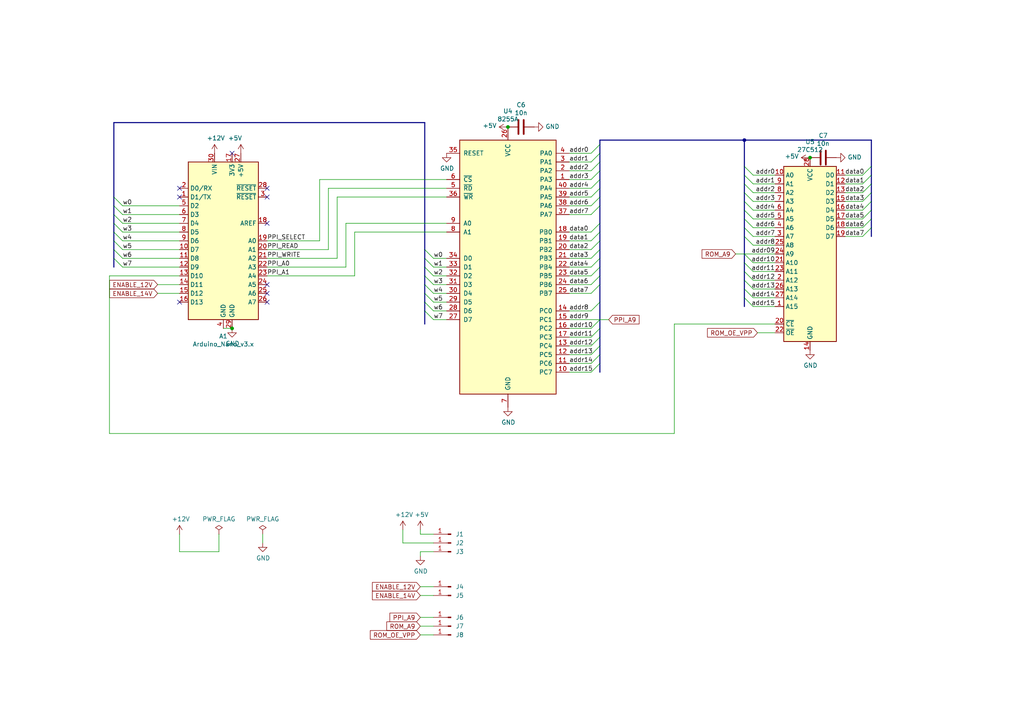
<source format=kicad_sch>
(kicad_sch (version 20211123) (generator eeschema)
  (paper "A4")
  (title_block (title "EEPROM (W27C512) Programmer") (date "2019-09-23"))
  (lib_symbols
    (symbol "Connector:Conn_01x01_Male" (pin_names (offset 1.016) hide)
      (property "Reference" "J" (at 0 2.54 0))
      (property "Value" "Conn_01x01_Male" (at 0 -2.54 0))
      (symbol "Conn_01x01_Male_1_1"
        (polyline (pts (xy 1.27 0) (xy 0.8636 0)) (stroke (width 0.1524)))
        (rectangle (start 0.8636 0.127) (end 0 -0.127) (stroke (width 0.1524)) (fill (type outline)))
        (pin passive line (at 5.08 0 180) (length 3.81) (name "Pin_1") (number "1"))
      )
    )
    (symbol "Device:C" (pin_numbers hide) (pin_names (offset 0.254))
      (property "Reference" "C" (at 0.635 2.54 0))
      (property "Value" "C" (at 0.635 -2.54 0))
      (symbol "C_0_1"
        (polyline (pts (xy -2.032 -0.762) (xy 2.032 -0.762)) (stroke (width 0.508)))
        (polyline (pts (xy -2.032 0.762) (xy 2.032 0.762)) (stroke (width 0.508)))
      )
      (symbol "C_1_1"
        (pin passive line (at 0 3.81 270) (length 2.794) (name "~") (number "1"))
        (pin passive line (at 0 -3.81 90) (length 2.794) (name "~") (number "2"))
      )
    )
    (symbol "Interface:8255A" (pin_names (offset 1.016))
      (property "Reference" "U" (at -13.97 38.1 0))
      (property "Value" "8255A" (at 8.89 38.1 0))
      (symbol "8255A_1_1"
        (rectangle (start -13.97 -36.83) (end 13.97 36.83) (stroke (width 0.254)) (fill (type background)))
        (pin bidirectional line (at 17.78 25.4 180) (length 3.81) (name "PA3") (number "1"))
        (pin bidirectional line (at 17.78 -30.48 180) (length 3.81) (name "PC7") (number "10"))
        (pin bidirectional line (at 17.78 -27.94 180) (length 3.81) (name "PC6") (number "11"))
        (pin bidirectional line (at 17.78 -25.4 180) (length 3.81) (name "PC5") (number "12"))
        (pin bidirectional line (at 17.78 -22.86 180) (length 3.81) (name "PC4") (number "13"))
        (pin bidirectional line (at 17.78 -12.7 180) (length 3.81) (name "PC0") (number "14"))
        (pin bidirectional line (at 17.78 -15.24 180) (length 3.81) (name "PC1") (number "15"))
        (pin bidirectional line (at 17.78 -17.78 180) (length 3.81) (name "PC2") (number "16"))
        (pin bidirectional line (at 17.78 -20.32 180) (length 3.81) (name "PC3") (number "17"))
        (pin bidirectional line (at 17.78 10.16 180) (length 3.81) (name "PB0") (number "18"))
        (pin bidirectional line (at 17.78 7.62 180) (length 3.81) (name "PB1") (number "19"))
        (pin bidirectional line (at 17.78 27.94 180) (length 3.81) (name "PA2") (number "2"))
        (pin bidirectional line (at 17.78 5.08 180) (length 3.81) (name "PB2") (number "20"))
        (pin bidirectional line (at 17.78 2.54 180) (length 3.81) (name "PB3") (number "21"))
        (pin bidirectional line (at 17.78 0 180) (length 3.81) (name "PB4") (number "22"))
        (pin bidirectional line (at 17.78 -2.54 180) (length 3.81) (name "PB5") (number "23"))
        (pin bidirectional line (at 17.78 -5.08 180) (length 3.81) (name "PB6") (number "24"))
        (pin bidirectional line (at 17.78 -7.62 180) (length 3.81) (name "PB7") (number "25"))
        (pin power_in line (at 0 40.64 270) (length 3.81) (name "VCC") (number "26"))
        (pin bidirectional line (at -17.78 -15.24 0) (length 3.81) (name "D7") (number "27"))
        (pin bidirectional line (at -17.78 -12.7 0) (length 3.81) (name "D6") (number "28"))
        (pin bidirectional line (at -17.78 -10.16 0) (length 3.81) (name "D5") (number "29"))
        (pin bidirectional line (at 17.78 30.48 180) (length 3.81) (name "PA1") (number "3"))
        (pin bidirectional line (at -17.78 -7.62 0) (length 3.81) (name "D4") (number "30"))
        (pin bidirectional line (at -17.78 -5.08 0) (length 3.81) (name "D3") (number "31"))
        (pin bidirectional line (at -17.78 -2.54 0) (length 3.81) (name "D2") (number "32"))
        (pin bidirectional line (at -17.78 0 0) (length 3.81) (name "D1") (number "33"))
        (pin bidirectional line (at -17.78 2.54 0) (length 3.81) (name "D0") (number "34"))
        (pin input line (at -17.78 33.02 0) (length 3.81) (name "RESET") (number "35"))
        (pin input line (at -17.78 20.32 0) (length 3.81) (name "~{WR}") (number "36"))
        (pin bidirectional line (at 17.78 15.24 180) (length 3.81) (name "PA7") (number "37"))
        (pin bidirectional line (at 17.78 17.78 180) (length 3.81) (name "PA6") (number "38"))
        (pin bidirectional line (at 17.78 20.32 180) (length 3.81) (name "PA5") (number "39"))
        (pin bidirectional line (at 17.78 33.02 180) (length 3.81) (name "PA0") (number "4"))
        (pin bidirectional line (at 17.78 22.86 180) (length 3.81) (name "PA4") (number "40"))
        (pin input line (at -17.78 22.86 0) (length 3.81) (name "~{RD}") (number "5"))
        (pin input line (at -17.78 25.4 0) (length 3.81) (name "~{CS}") (number "6"))
        (pin power_in line (at 0 -40.64 90) (length 3.81) (name "GND") (number "7"))
        (pin input line (at -17.78 10.16 0) (length 3.81) (name "A1") (number "8"))
        (pin input line (at -17.78 12.7 0) (length 3.81) (name "A0") (number "9"))
      )
    )
    (symbol "MCU_Module:Arduino_Nano_v3.x"
      (property "Reference" "A" (at -10.16 23.495 0))
      (property "Value" "Arduino_Nano_v3.x" (at 5.08 -24.13 0))
      (symbol "Arduino_Nano_v3.x_0_1"
        (rectangle (start -10.16 22.86) (end 10.16 -22.86) (stroke (width 0.254)) (fill (type background)))
      )
      (symbol "Arduino_Nano_v3.x_1_1"
        (pin bidirectional line (at -12.7 12.7 0) (length 2.54) (name "D1/TX") (number "1"))
        (pin bidirectional line (at -12.7 -2.54 0) (length 2.54) (name "D7") (number "10"))
        (pin bidirectional line (at -12.7 -5.08 0) (length 2.54) (name "D8") (number "11"))
        (pin bidirectional line (at -12.7 -7.62 0) (length 2.54) (name "D9") (number "12"))
        (pin bidirectional line (at -12.7 -10.16 0) (length 2.54) (name "D10") (number "13"))
        (pin bidirectional line (at -12.7 -12.7 0) (length 2.54) (name "D11") (number "14"))
        (pin bidirectional line (at -12.7 -15.24 0) (length 2.54) (name "D12") (number "15"))
        (pin bidirectional line (at -12.7 -17.78 0) (length 2.54) (name "D13") (number "16"))
        (pin power_out line (at 2.54 25.4 270) (length 2.54) (name "3V3") (number "17"))
        (pin input line (at 12.7 5.08 180) (length 2.54) (name "AREF") (number "18"))
        (pin bidirectional line (at 12.7 0 180) (length 2.54) (name "A0") (number "19"))
        (pin bidirectional line (at -12.7 15.24 0) (length 2.54) (name "D0/RX") (number "2"))
        (pin bidirectional line (at 12.7 -2.54 180) (length 2.54) (name "A1") (number "20"))
        (pin bidirectional line (at 12.7 -5.08 180) (length 2.54) (name "A2") (number "21"))
        (pin bidirectional line (at 12.7 -7.62 180) (length 2.54) (name "A3") (number "22"))
        (pin bidirectional line (at 12.7 -10.16 180) (length 2.54) (name "A4") (number "23"))
        (pin bidirectional line (at 12.7 -12.7 180) (length 2.54) (name "A5") (number "24"))
        (pin bidirectional line (at 12.7 -15.24 180) (length 2.54) (name "A6") (number "25"))
        (pin bidirectional line (at 12.7 -17.78 180) (length 2.54) (name "A7") (number "26"))
        (pin power_out line (at 5.08 25.4 270) (length 2.54) (name "+5V") (number "27"))
        (pin input line (at 12.7 15.24 180) (length 2.54) (name "~{RESET}") (number "28"))
        (pin power_in line (at 2.54 -25.4 90) (length 2.54) (name "GND") (number "29"))
        (pin input line (at 12.7 12.7 180) (length 2.54) (name "~{RESET}") (number "3"))
        (pin power_in line (at -2.54 25.4 270) (length 2.54) (name "VIN") (number "30"))
        (pin power_in line (at 0 -25.4 90) (length 2.54) (name "GND") (number "4"))
        (pin bidirectional line (at -12.7 10.16 0) (length 2.54) (name "D2") (number "5"))
        (pin bidirectional line (at -12.7 7.62 0) (length 2.54) (name "D3") (number "6"))
        (pin bidirectional line (at -12.7 5.08 0) (length 2.54) (name "D4") (number "7"))
        (pin bidirectional line (at -12.7 2.54 0) (length 2.54) (name "D5") (number "8"))
        (pin bidirectional line (at -12.7 0 0) (length 2.54) (name "D6") (number "9"))
      )
    )
    (symbol "Memory_EPROM:27C512"
      (property "Reference" "U" (at -7.62 26.67 0))
      (property "Value" "27C512" (at 2.54 -26.67 0))
      (symbol "27C512_1_1"
        (rectangle (start -7.62 25.4) (end 7.62 -25.4) (stroke (width 0.254)) (fill (type background)))
        (pin input line (at -10.16 -15.24 0) (length 2.54) (name "A15") (number "1"))
        (pin input line (at -10.16 22.86 0) (length 2.54) (name "A0") (number "10"))
        (pin tri_state line (at 10.16 22.86 180) (length 2.54) (name "D0") (number "11"))
        (pin tri_state line (at 10.16 20.32 180) (length 2.54) (name "D1") (number "12"))
        (pin tri_state line (at 10.16 17.78 180) (length 2.54) (name "D2") (number "13"))
        (pin power_in line (at 0 -27.94 90) (length 2.54) (name "GND") (number "14"))
        (pin tri_state line (at 10.16 15.24 180) (length 2.54) (name "D3") (number "15"))
        (pin tri_state line (at 10.16 12.7 180) (length 2.54) (name "D4") (number "16"))
        (pin tri_state line (at 10.16 10.16 180) (length 2.54) (name "D5") (number "17"))
        (pin tri_state line (at 10.16 7.62 180) (length 2.54) (name "D6") (number "18"))
        (pin tri_state line (at 10.16 5.08 180) (length 2.54) (name "D7") (number "19"))
        (pin input line (at -10.16 -7.62 0) (length 2.54) (name "A12") (number "2"))
        (pin input line (at -10.16 -20.32 0) (length 2.54) (name "~{CE}") (number "20"))
        (pin input line (at -10.16 -2.54 0) (length 2.54) (name "A10") (number "21"))
        (pin input line (at -10.16 -22.86 0) (length 2.54) (name "~{OE}") (number "22"))
        (pin input line (at -10.16 -5.08 0) (length 2.54) (name "A11") (number "23"))
        (pin input line (at -10.16 0 0) (length 2.54) (name "A9") (number "24"))
        (pin input line (at -10.16 2.54 0) (length 2.54) (name "A8") (number "25"))
        (pin input line (at -10.16 -10.16 0) (length 2.54) (name "A13") (number "26"))
        (pin input line (at -10.16 -12.7 0) (length 2.54) (name "A14") (number "27"))
        (pin power_in line (at 0 27.94 270) (length 2.54) (name "VCC") (number "28"))
        (pin input line (at -10.16 5.08 0) (length 2.54) (name "A7") (number "3"))
        (pin input line (at -10.16 7.62 0) (length 2.54) (name "A6") (number "4"))
        (pin input line (at -10.16 10.16 0) (length 2.54) (name "A5") (number "5"))
        (pin input line (at -10.16 12.7 0) (length 2.54) (name "A4") (number "6"))
        (pin input line (at -10.16 15.24 0) (length 2.54) (name "A3") (number "7"))
        (pin input line (at -10.16 17.78 0) (length 2.54) (name "A2") (number "8"))
        (pin input line (at -10.16 20.32 0) (length 2.54) (name "A1") (number "9"))
      )
    )
    (symbol "power:+12V" (power) (pin_names (offset 0))
      (property "Value" "+12V" (at 0 3.556 0))
      (symbol "+12V_0_1"
        (polyline (pts (xy -0.762 1.27) (xy 0 2.54)))
        (polyline (pts (xy 0 0) (xy 0 2.54)))
        (polyline (pts (xy 0 2.54) (xy 0.762 1.27)))
      )
      (symbol "+12V_1_1"
        (pin power_in line (at 0 0 90) (length 0) hide (name "+12V") (number "1"))
      )
    )
    (symbol "power:+5V" (power) (pin_names (offset 0))
      (property "Value" "+5V" (at 0 3.556 0))
      (symbol "+5V_0_1"
        (polyline (pts (xy -0.762 1.27) (xy 0 2.54)))
        (polyline (pts (xy 0 0) (xy 0 2.54)))
        (polyline (pts (xy 0 2.54) (xy 0.762 1.27)))
      )
      (symbol "+5V_1_1"
        (pin power_in line (at 0 0 90) (length 0) hide (name "+5V") (number "1"))
      )
    )
    (symbol "power:GND" (power) (pin_names (offset 0))
      (property "Value" "GND" (at 0 -3.81 0))
      (symbol "GND_0_1"
        (polyline (pts (xy 0 0) (xy 0 -1.27) (xy 1.27 -1.27) (xy 0 -2.54) (xy -1.27 -1.27) (xy 0 -1.27)))
      )
      (symbol "GND_1_1"
        (pin power_in line (at 0 0 270) (length 0) hide (name "GND") (number "1"))
      )
    )
    (symbol "power:PWR_FLAG" (power) (pin_numbers hide) (pin_names (offset 0) hide)
      (property "Value" "PWR_FLAG" (at 0 3.81 0))
      (symbol "PWR_FLAG_0_0"
        (pin power_out line (at 0 0 90) (length 0) (name "pwr") (number "1"))
      )
      (symbol "PWR_FLAG_0_1"
        (polyline (pts (xy 0 0) (xy 0 1.27) (xy -1.016 1.905) (xy 0 2.54) (xy 1.016 1.905) (xy 0 1.27)))
      )
    )
  )
  (junction (at 234.95 45.72))
  (junction (at 67.31 95.25))
  (junction (at 147.32 36.83))
  (junction (at 215.9 40.64))
  (no_connect (at 67.31 44.45))
  (no_connect (at 77.47 85.09))
  (no_connect (at 52.07 87.63))
  (no_connect (at 77.47 57.15))
  (no_connect (at 52.07 57.15))
  (no_connect (at 52.07 54.61))
  (no_connect (at 77.47 54.61))
  (no_connect (at 77.47 64.77))
  (no_connect (at 77.47 82.55))
  (no_connect (at 77.47 87.63))
  (bus_entry (at 171.45 95.25) (size 2.54 -2.54))
  (bus_entry (at 250.19 55.88) (size 2.54 -2.54))
  (bus_entry (at 123.19 85.09) (size 2.54 2.54))
  (bus_entry (at 171.45 85.09) (size 2.54 -2.54))
  (bus_entry (at 123.19 77.47) (size 2.54 2.54))
  (bus_entry (at 250.19 66.04) (size 2.54 -2.54))
  (bus_entry (at 123.19 72.39) (size 2.54 2.54))
  (bus_entry (at 33.02 67.31) (size 2.54 2.54))
  (bus_entry (at 215.9 73.66) (size 2.54 2.54))
  (bus_entry (at 250.19 68.58) (size 2.54 -2.54))
  (bus_entry (at 215.9 48.26) (size 2.54 2.54))
  (bus_entry (at 215.9 76.2) (size 2.54 2.54))
  (bus_entry (at 215.9 78.74) (size 2.54 2.54))
  (bus_entry (at 250.19 58.42) (size 2.54 -2.54))
  (bus_entry (at 123.19 90.17) (size 2.54 2.54))
  (bus_entry (at 215.9 53.34) (size 2.54 2.54))
  (bus_entry (at 123.19 80.01) (size 2.54 2.54))
  (bus_entry (at 171.45 46.99) (size 2.54 -2.54))
  (bus_entry (at 33.02 69.85) (size 2.54 2.54))
  (bus_entry (at 171.45 90.17) (size 2.54 -2.54))
  (bus_entry (at 171.45 82.55) (size 2.54 -2.54))
  (bus_entry (at 215.9 50.8) (size 2.54 2.54))
  (bus_entry (at 215.9 60.96) (size 2.54 2.54))
  (bus_entry (at 171.45 57.15) (size 2.54 -2.54))
  (bus_entry (at 33.02 59.69) (size 2.54 2.54))
  (bus_entry (at 215.9 55.88) (size 2.54 2.54))
  (bus_entry (at 33.02 57.15) (size 2.54 2.54))
  (bus_entry (at 171.45 69.85) (size 2.54 -2.54))
  (bus_entry (at 215.9 66.04) (size 2.54 2.54))
  (bus_entry (at 171.45 74.93) (size 2.54 -2.54))
  (bus_entry (at 33.02 64.77) (size 2.54 2.54))
  (bus_entry (at 171.45 105.41) (size 2.54 -2.54))
  (bus_entry (at 171.45 80.01) (size 2.54 -2.54))
  (bus_entry (at 215.9 86.36) (size 2.54 2.54))
  (bus_entry (at 171.45 100.33) (size 2.54 -2.54))
  (bus_entry (at 171.45 102.87) (size 2.54 -2.54))
  (bus_entry (at 171.45 44.45) (size 2.54 -2.54))
  (bus_entry (at 250.19 50.8) (size 2.54 -2.54))
  (bus_entry (at 171.45 67.31) (size 2.54 -2.54))
  (bus_entry (at 215.9 83.82) (size 2.54 2.54))
  (bus_entry (at 171.45 62.23) (size 2.54 -2.54))
  (bus_entry (at 123.19 87.63) (size 2.54 2.54))
  (bus_entry (at 250.19 60.96) (size 2.54 -2.54))
  (bus_entry (at 171.45 107.95) (size 2.54 -2.54))
  (bus_entry (at 33.02 62.23) (size 2.54 2.54))
  (bus_entry (at 171.45 59.69) (size 2.54 -2.54))
  (bus_entry (at 215.9 63.5) (size 2.54 2.54))
  (bus_entry (at 171.45 54.61) (size 2.54 -2.54))
  (bus_entry (at 215.9 81.28) (size 2.54 2.54))
  (bus_entry (at 171.45 97.79) (size 2.54 -2.54))
  (bus_entry (at 215.9 58.42) (size 2.54 2.54))
  (bus_entry (at 171.45 72.39) (size 2.54 -2.54))
  (bus_entry (at 123.19 82.55) (size 2.54 2.54))
  (bus_entry (at 171.45 77.47) (size 2.54 -2.54))
  (bus_entry (at 171.45 52.07) (size 2.54 -2.54))
  (bus_entry (at 171.45 49.53) (size 2.54 -2.54))
  (bus_entry (at 215.9 68.58) (size 2.54 2.54))
  (bus_entry (at 250.19 53.34) (size 2.54 -2.54))
  (bus_entry (at 250.19 63.5) (size 2.54 -2.54))
  (bus_entry (at 33.02 72.39) (size 2.54 2.54))
  (bus_entry (at 33.02 74.93) (size 2.54 2.54))
  (bus_entry (at 123.19 74.93) (size 2.54 2.54))
  (bus (pts (xy 123.19 87.63) (xy 123.19 90.17)))
  (bus (pts (xy 173.99 41.91) (xy 173.99 44.45)))
  (wire (pts (xy 165.1 67.31) (xy 171.45 67.31)))
  (wire (pts (xy 121.92 160.02) (xy 121.92 161.29)))
  (wire (pts (xy 224.79 50.8) (xy 218.44 50.8)))
  (wire (pts (xy 52.07 160.02) (xy 63.5 160.02)))
  (bus (pts (xy 252.73 60.96) (xy 252.73 63.5)))
  (wire (pts (xy 35.56 67.31) (xy 52.07 67.31)))
  (wire (pts (xy 165.1 72.39) (xy 171.45 72.39)))
  (wire (pts (xy 97.79 74.93) (xy 77.47 74.93)))
  (bus (pts (xy 215.9 58.42) (xy 215.9 60.96)))
  (bus (pts (xy 173.99 102.87) (xy 173.99 105.41)))
  (wire (pts (xy 165.1 80.01) (xy 171.45 80.01)))
  (bus (pts (xy 215.9 40.64) (xy 215.9 48.26)))
  (wire (pts (xy 224.79 68.58) (xy 218.44 68.58)))
  (wire (pts (xy 165.1 105.41) (xy 171.45 105.41)))
  (wire (pts (xy 35.56 69.85) (xy 52.07 69.85)))
  (wire (pts (xy 35.56 62.23) (xy 52.07 62.23)))
  (bus (pts (xy 252.73 58.42) (xy 252.73 60.96)))
  (bus (pts (xy 33.02 74.93) (xy 33.02 77.47)))
  (bus (pts (xy 173.99 52.07) (xy 173.99 54.61)))
  (bus (pts (xy 173.99 67.31) (xy 173.99 69.85)))
  (wire (pts (xy 165.1 44.45) (xy 171.45 44.45)))
  (wire (pts (xy 165.1 69.85) (xy 171.45 69.85)))
  (bus (pts (xy 33.02 35.56) (xy 33.02 57.15)))
  (wire (pts (xy 215.9 73.66) (xy 224.79 73.66)))
  (bus (pts (xy 252.73 53.34) (xy 252.73 55.88)))
  (bus (pts (xy 215.9 40.64) (xy 173.99 40.64)))
  (wire (pts (xy 121.92 154.94) (xy 121.92 153.67)))
  (wire (pts (xy 245.11 55.88) (xy 250.19 55.88)))
  (bus (pts (xy 33.02 67.31) (xy 33.02 69.85)))
  (wire (pts (xy 125.73 85.09) (xy 129.54 85.09)))
  (bus (pts (xy 123.19 77.47) (xy 123.19 80.01)))
  (bus (pts (xy 252.73 66.04) (xy 252.73 68.58)))
  (wire (pts (xy 102.87 67.31) (xy 102.87 80.01)))
  (bus (pts (xy 215.9 78.74) (xy 215.9 81.28)))
  (wire (pts (xy 165.1 74.93) (xy 171.45 74.93)))
  (wire (pts (xy 245.11 66.04) (xy 250.19 66.04)))
  (wire (pts (xy 31.75 80.01) (xy 52.07 80.01)))
  (bus (pts (xy 173.99 40.64) (xy 173.99 41.91)))
  (wire (pts (xy 129.54 52.07) (xy 92.71 52.07)))
  (bus (pts (xy 173.99 80.01) (xy 173.99 82.55)))
  (bus (pts (xy 123.19 74.93) (xy 123.19 77.47)))
  (bus (pts (xy 173.99 54.61) (xy 173.99 57.15)))
  (bus (pts (xy 123.19 72.39) (xy 123.19 74.93)))
  (bus (pts (xy 33.02 72.39) (xy 33.02 74.93)))
  (bus (pts (xy 215.9 68.58) (xy 215.9 73.66)))
  (wire (pts (xy 165.1 90.17) (xy 171.45 90.17)))
  (wire (pts (xy 125.73 77.47) (xy 129.54 77.47)))
  (bus (pts (xy 173.99 105.41) (xy 173.99 107.95)))
  (bus (pts (xy 215.9 53.34) (xy 215.9 55.88)))
  (bus (pts (xy 123.19 35.56) (xy 123.19 72.39)))
  (wire (pts (xy 245.11 50.8) (xy 250.19 50.8)))
  (bus (pts (xy 252.73 55.88) (xy 252.73 58.42)))
  (bus (pts (xy 215.9 63.5) (xy 215.9 66.04)))
  (wire (pts (xy 129.54 67.31) (xy 102.87 67.31)))
  (bus (pts (xy 252.73 48.26) (xy 252.73 50.8)))
  (wire (pts (xy 245.11 53.34) (xy 250.19 53.34)))
  (wire (pts (xy 165.1 97.79) (xy 171.45 97.79)))
  (wire (pts (xy 165.1 59.69) (xy 171.45 59.69)))
  (wire (pts (xy 64.77 95.25) (xy 67.31 95.25)))
  (wire (pts (xy 95.25 54.61) (xy 95.25 72.39)))
  (wire (pts (xy 224.79 60.96) (xy 218.44 60.96)))
  (wire (pts (xy 125.73 92.71) (xy 129.54 92.71)))
  (wire (pts (xy 245.11 68.58) (xy 250.19 68.58)))
  (wire (pts (xy 100.33 64.77) (xy 100.33 77.47)))
  (bus (pts (xy 215.9 50.8) (xy 215.9 53.34)))
  (wire (pts (xy 52.07 85.09) (xy 45.72 85.09)))
  (bus (pts (xy 173.99 57.15) (xy 173.99 59.69)))
  (wire (pts (xy 63.5 160.02) (xy 63.5 154.94)))
  (wire (pts (xy 125.73 90.17) (xy 129.54 90.17)))
  (bus (pts (xy 173.99 59.69) (xy 173.99 64.77)))
  (wire (pts (xy 245.11 58.42) (xy 250.19 58.42)))
  (wire (pts (xy 121.92 181.61) (xy 125.73 181.61)))
  (bus (pts (xy 123.19 82.55) (xy 123.19 85.09)))
  (wire (pts (xy 125.73 184.15) (xy 121.92 184.15)))
  (wire (pts (xy 116.84 157.48) (xy 116.84 153.67)))
  (wire (pts (xy 35.56 64.77) (xy 52.07 64.77)))
  (wire (pts (xy 125.73 170.18) (xy 121.92 170.18)))
  (wire (pts (xy 224.79 66.04) (xy 218.44 66.04)))
  (wire (pts (xy 224.79 78.74) (xy 218.44 78.74)))
  (bus (pts (xy 215.9 66.04) (xy 215.9 68.58)))
  (bus (pts (xy 173.99 49.53) (xy 173.99 52.07)))
  (wire (pts (xy 173.99 92.71) (xy 176.53 92.71)))
  (bus (pts (xy 33.02 35.56) (xy 123.19 35.56)))
  (wire (pts (xy 95.25 72.39) (xy 77.47 72.39)))
  (wire (pts (xy 97.79 57.15) (xy 97.79 74.93)))
  (bus (pts (xy 215.9 60.96) (xy 215.9 63.5)))
  (wire (pts (xy 92.71 69.85) (xy 77.47 69.85)))
  (wire (pts (xy 35.56 59.69) (xy 52.07 59.69)))
  (wire (pts (xy 165.1 85.09) (xy 171.45 85.09)))
  (bus (pts (xy 173.99 97.79) (xy 173.99 100.33)))
  (bus (pts (xy 215.9 40.64) (xy 252.73 40.64)))
  (bus (pts (xy 123.19 90.17) (xy 123.19 93.98)))
  (wire (pts (xy 165.1 102.87) (xy 171.45 102.87)))
  (wire (pts (xy 31.75 125.73) (xy 31.75 80.01)))
  (wire (pts (xy 165.1 62.23) (xy 171.45 62.23)))
  (bus (pts (xy 252.73 40.64) (xy 252.73 48.26)))
  (bus (pts (xy 33.02 62.23) (xy 33.02 64.77)))
  (bus (pts (xy 173.99 64.77) (xy 173.99 67.31)))
  (wire (pts (xy 165.1 92.71) (xy 173.99 92.71)))
  (wire (pts (xy 52.07 77.47) (xy 35.56 77.47)))
  (wire (pts (xy 125.73 74.93) (xy 129.54 74.93)))
  (bus (pts (xy 33.02 57.15) (xy 33.02 59.69)))
  (wire (pts (xy 224.79 53.34) (xy 218.44 53.34)))
  (bus (pts (xy 215.9 86.36) (xy 215.9 88.9)))
  (wire (pts (xy 129.54 54.61) (xy 95.25 54.61)))
  (wire (pts (xy 121.92 172.72) (xy 125.73 172.72)))
  (wire (pts (xy 125.73 82.55) (xy 129.54 82.55)))
  (bus (pts (xy 252.73 63.5) (xy 252.73 66.04)))
  (wire (pts (xy 165.1 54.61) (xy 171.45 54.61)))
  (wire (pts (xy 224.79 86.36) (xy 218.44 86.36)))
  (wire (pts (xy 165.1 77.47) (xy 171.45 77.47)))
  (wire (pts (xy 76.2 154.94) (xy 76.2 157.48)))
  (wire (pts (xy 165.1 107.95) (xy 171.45 107.95)))
  (wire (pts (xy 129.54 57.15) (xy 97.79 57.15)))
  (wire (pts (xy 125.73 80.01) (xy 129.54 80.01)))
  (wire (pts (xy 125.73 154.94) (xy 121.92 154.94)))
  (bus (pts (xy 215.9 73.66) (xy 215.9 76.2)))
  (bus (pts (xy 215.9 83.82) (xy 215.9 86.36)))
  (bus (pts (xy 33.02 69.85) (xy 33.02 72.39)))
  (bus (pts (xy 33.02 64.77) (xy 33.02 67.31)))
  (bus (pts (xy 173.99 87.63) (xy 173.99 92.71)))
  (wire (pts (xy 224.79 55.88) (xy 218.44 55.88)))
  (wire (pts (xy 245.11 60.96) (xy 250.19 60.96)))
  (wire (pts (xy 224.79 63.5) (xy 218.44 63.5)))
  (bus (pts (xy 173.99 44.45) (xy 173.99 46.99)))
  (bus (pts (xy 173.99 46.99) (xy 173.99 49.53)))
  (bus (pts (xy 33.02 59.69) (xy 33.02 62.23)))
  (wire (pts (xy 102.87 80.01) (xy 77.47 80.01)))
  (wire (pts (xy 195.58 93.98) (xy 195.58 125.73)))
  (wire (pts (xy 195.58 125.73) (xy 31.75 125.73)))
  (wire (pts (xy 165.1 49.53) (xy 171.45 49.53)))
  (bus (pts (xy 215.9 48.26) (xy 215.9 50.8)))
  (wire (pts (xy 35.56 74.93) (xy 52.07 74.93)))
  (wire (pts (xy 165.1 100.33) (xy 171.45 100.33)))
  (wire (pts (xy 100.33 77.47) (xy 77.47 77.47)))
  (wire (pts (xy 129.54 64.77) (xy 100.33 64.77)))
  (wire (pts (xy 165.1 52.07) (xy 171.45 52.07)))
  (bus (pts (xy 173.99 69.85) (xy 173.99 72.39)))
  (bus (pts (xy 123.19 85.09) (xy 123.19 87.63)))
  (bus (pts (xy 252.73 50.8) (xy 252.73 53.34)))
  (bus (pts (xy 123.19 80.01) (xy 123.19 82.55)))
  (wire (pts (xy 224.79 83.82) (xy 218.44 83.82)))
  (wire (pts (xy 35.56 72.39) (xy 52.07 72.39)))
  (bus (pts (xy 173.99 82.55) (xy 173.99 87.63)))
  (wire (pts (xy 245.11 63.5) (xy 250.19 63.5)))
  (bus (pts (xy 173.99 100.33) (xy 173.99 102.87)))
  (wire (pts (xy 52.07 82.55) (xy 45.72 82.55)))
  (wire (pts (xy 165.1 57.15) (xy 171.45 57.15)))
  (wire (pts (xy 165.1 46.99) (xy 171.45 46.99)))
  (bus (pts (xy 215.9 76.2) (xy 215.9 78.74)))
  (wire (pts (xy 213.36 73.66) (xy 215.9 73.66)))
  (bus (pts (xy 173.99 72.39) (xy 173.99 74.93)))
  (wire (pts (xy 224.79 71.12) (xy 218.44 71.12)))
  (bus (pts (xy 173.99 74.93) (xy 173.99 77.47)))
  (wire (pts (xy 224.79 76.2) (xy 218.44 76.2)))
  (wire (pts (xy 224.79 81.28) (xy 218.44 81.28)))
  (wire (pts (xy 125.73 87.63) (xy 129.54 87.63)))
  (bus (pts (xy 215.9 81.28) (xy 215.9 83.82)))
  (wire (pts (xy 125.73 179.07) (xy 121.92 179.07)))
  (wire (pts (xy 165.1 95.25) (xy 171.45 95.25)))
  (wire (pts (xy 224.79 96.52) (xy 219.71 96.52)))
  (bus (pts (xy 173.99 77.47) (xy 173.99 80.01)))
  (bus (pts (xy 173.99 92.71) (xy 173.99 95.25)))
  (wire (pts (xy 224.79 88.9) (xy 218.44 88.9)))
  (wire (pts (xy 224.79 58.42) (xy 218.44 58.42)))
  (wire (pts (xy 224.79 93.98) (xy 195.58 93.98)))
  (wire (pts (xy 92.71 52.07) (xy 92.71 69.85)))
  (wire (pts (xy 125.73 160.02) (xy 121.92 160.02)))
  (wire (pts (xy 52.07 154.94) (xy 52.07 160.02)))
  (bus (pts (xy 215.9 55.88) (xy 215.9 58.42)))
  (wire (pts (xy 125.73 157.48) (xy 116.84 157.48)))
  (bus (pts (xy 173.99 95.25) (xy 173.99 97.79)))
  (wire (pts (xy 165.1 82.55) (xy 171.45 82.55)))
  (label "data4" (at 165.1 77.47 0))
  (label "addr15" (at 165.1 107.95 0))
  (label "addr7" (at 165.1 62.23 0))
  (label "w2" (at 125.73 80.01 0))
  (label "addr5" (at 224.79 63.5 180))
  (label "PPI_WRITE" (at 77.47 74.93 0))
  (label "w2" (at 35.56 64.77 0))
  (label "addr3" (at 224.79 58.42 180))
  (label "w5" (at 35.56 72.39 0))
  (label "data2" (at 245.11 55.88 0))
  (label "data3" (at 165.1 74.93 0))
  (label "data4" (at 245.11 60.96 0))
  (label "addr3" (at 165.1 52.07 0))
  (label "addr12" (at 165.1 100.33 0))
  (label "w7" (at 125.73 92.71 0))
  (label "data3" (at 245.11 58.42 0))
  (label "w6" (at 35.56 74.93 0))
  (label "data5" (at 245.11 63.5 0))
  (label "addr7" (at 224.79 68.58 180))
  (label "w3" (at 35.56 67.31 0))
  (label "addr1" (at 224.79 53.34 180))
  (label "addr09" (at 224.79 73.66 180))
  (label "data0" (at 165.1 67.31 0))
  (label "addr5" (at 165.1 57.15 0))
  (label "addr11" (at 165.1 97.79 0))
  (label "addr9" (at 165.1 92.71 0))
  (label "w6" (at 125.73 90.17 0))
  (label "data7" (at 245.11 68.58 0))
  (label "addr2" (at 165.1 49.53 0))
  (label "data1" (at 245.11 53.34 0))
  (label "data6" (at 245.11 66.04 0))
  (label "w1" (at 35.56 62.23 0))
  (label "addr4" (at 165.1 54.61 0))
  (label "addr4" (at 224.79 60.96 180))
  (label "addr8" (at 224.79 71.12 180))
  (label "addr6" (at 165.1 59.69 0))
  (label "w3" (at 125.73 82.55 0))
  (label "PPI_A0" (at 77.47 77.47 0))
  (label "addr1" (at 165.1 46.99 0))
  (label "addr0" (at 224.79 50.8 180))
  (label "addr13" (at 165.1 102.87 0))
  (label "addr6" (at 224.79 66.04 180))
  (label "w0" (at 35.56 59.69 0))
  (label "w1" (at 125.73 77.47 0))
  (label "w0" (at 125.73 74.93 0))
  (label "data6" (at 165.1 82.55 0))
  (label "PPI_SELECT" (at 77.47 69.85 0))
  (label "addr8" (at 165.1 90.17 0))
  (label "addr2" (at 224.79 55.88 180))
  (label "addr14" (at 224.79 86.36 180))
  (label "addr0" (at 165.1 44.45 0))
  (label "addr10" (at 165.1 95.25 0))
  (label "addr11" (at 224.79 78.74 180))
  (label "addr14" (at 165.1 105.41 0))
  (label "w7" (at 35.56 77.47 0))
  (label "w5" (at 125.73 87.63 0))
  (label "data7" (at 165.1 85.09 0))
  (label "w4" (at 35.56 69.85 0))
  (label "data0" (at 245.11 50.8 0))
  (label "addr15" (at 224.79 88.9 180))
  (label "data1" (at 165.1 69.85 0))
  (label "w4" (at 125.73 85.09 0))
  (label "addr13" (at 224.79 83.82 180))
  (label "addr10" (at 224.79 76.2 180))
  (label "PPI_READ" (at 77.47 72.39 0))
  (label "PPI_A1" (at 77.47 80.01 0))
  (label "addr12" (at 224.79 81.28 180))
  (label "data5" (at 165.1 80.01 0))
  (label "data2" (at 165.1 72.39 0))
  (global_label "ROM_A9" (shape input) (at 213.36 73.66 180) (property "Intersheet References" "${INTERSHEET_REFS}" (effects hide)))
  (global_label "ROM_OE_VPP" (shape input) (at 121.92 184.15 180) (property "Intersheet References" "${INTERSHEET_REFS}" (effects hide)))
  (global_label "PPI_A9" (shape input) (at 176.53 92.71 0) (property "Intersheet References" "${INTERSHEET_REFS}" (effects hide)))
  (global_label "ROM_OE_VPP" (shape input) (at 219.71 96.52 180) (property "Intersheet References" "${INTERSHEET_REFS}" (effects hide)))
  (global_label "ENABLE_14V" (shape input) (at 45.72 85.09 180) (property "Intersheet References" "${INTERSHEET_REFS}" (effects hide)))
  (global_label "ROM_A9" (shape input) (at 121.92 181.61 180) (property "Intersheet References" "${INTERSHEET_REFS}" (effects hide)))
  (global_label "ENABLE_14V" (shape input) (at 121.92 172.72 180) (property "Intersheet References" "${INTERSHEET_REFS}" (effects hide)))
  (global_label "ENABLE_12V" (shape input) (at 121.92 170.18 180) (property "Intersheet References" "${INTERSHEET_REFS}" (effects hide)))
  (global_label "ENABLE_12V" (shape input) (at 45.72 82.55 180) (property "Intersheet References" "${INTERSHEET_REFS}" (effects hide)))
  (global_label "PPI_A9" (shape input) (at 121.92 179.07 180) (property "Intersheet References" "${INTERSHEET_REFS}" (effects hide)))
  (symbol (lib_id "Interface:8255A") (at 147.32 77.47 0) (unit 1)
    (property "Reference" "U4" (at 147.32 32.2326 0))
    (property "Value" "8255A" (at 147.32 34.544 0))
    (property "Footprint" "Package_DIP:DIP-40_W15.24mm" (effects hide))
    (property "Datasheet" "http://aturing.umcs.maine.edu/~meadow/courses/cos335/Intel8255A.pdf" (effects hide))
  )
  (symbol (lib_id "MCU_Module:Arduino_Nano_v3.x") (at 64.77 69.85 0) (unit 1)
    (property "Reference" "A1" (at 64.77 97.5106 0))
    (property "Value" "Arduino_Nano_v3.x" (at 64.77 99.822 0))
    (property "Footprint" "Module:Arduino_Nano" (effects hide))
    (property "Datasheet" "http://www.mouser.com/pdfdocs/Gravitech_Arduino_Nano3_0.pdf" (effects hide))
  )
  (symbol (lib_id "Memory_EPROM:27C512") (at 234.95 73.66 0) (unit 1)
    (property "Reference" "U5" (at 234.95 41.1226 0))
    (property "Value" "27C512" (at 234.95 43.434 0))
    (property "Footprint" "Package_DIP:DIP-28_W15.24mm" (effects hide))
    (property "Datasheet" "http://ww1.microchip.com/downloads/en/DeviceDoc/doc0015.pdf" (effects hide))
  )
  (symbol (lib_id "power:GND") (at 147.32 118.11 0) (unit 1)
    (property "Reference" "#PWR0101" (effects hide))
    (property "Value" "GND" (at 147.447 122.5042 0))
  )
  (symbol (lib_id "power:GND") (at 67.31 95.25 0) (unit 1)
    (property "Reference" "#PWR0106" (effects hide))
    (property "Value" "GND" (at 67.437 99.6442 0))
  )
  (symbol (lib_id "power:GND") (at 234.95 101.6 0) (unit 1)
    (property "Reference" "#PWR0107" (effects hide))
    (property "Value" "GND" (at 235.077 105.9942 0))
  )
  (symbol (lib_id "power:GND") (at 129.54 44.45 0) (unit 1)
    (property "Reference" "#PWR0123" (effects hide))
    (property "Value" "GND" (at 129.667 48.8442 0))
  )
  (symbol (lib_id "power:+5V") (at 69.85 44.45 0) (unit 1)
    (property "Reference" "#PWR04" (effects hide))
    (property "Value" "+5V" (at 70.231 40.0558 0) (effects (justify right)))
  )
  (symbol (lib_id "power:PWR_FLAG") (at 76.2 154.94 0) (unit 1)
    (property "Reference" "#FLG01" (effects hide))
    (property "Value" "PWR_FLAG" (at 76.2 150.5458 0))
  )
  (symbol (lib_id "power:+5V") (at 234.95 45.72 90) (unit 1)
    (property "Reference" "#PWR0131" (effects hide))
    (property "Value" "+5V" (at 231.6988 45.339 90) (effects (justify left)))
  )
  (symbol (lib_id "power:GND") (at 76.2 157.48 0) (unit 1)
    (property "Reference" "#PWR05" (effects hide))
    (property "Value" "GND" (at 76.327 161.8742 0))
  )
  (symbol (lib_id "Device:C") (at 151.13 36.83 90) (unit 1)
    (property "Reference" "C6" (at 151.13 30.4292 90))
    (property "Value" "10n" (at 151.13 32.7406 90))
    (property "Footprint" "Capacitor_THT:C_Disc_D3.0mm_W2.0mm_P2.50mm" (effects hide))
  )
  (symbol (lib_id "Device:C") (at 238.76 45.72 90) (unit 1)
    (property "Reference" "C7" (at 238.76 39.3192 90))
    (property "Value" "10n" (at 238.76 41.6306 90))
    (property "Footprint" "Capacitor_THT:C_Disc_D3.0mm_W2.0mm_P2.50mm" (effects hide))
  )
  (symbol (lib_id "power:GND") (at 154.94 36.83 90) (unit 1)
    (property "Reference" "#PWR0132" (effects hide))
    (property "Value" "GND" (at 158.1912 36.703 90) (effects (justify right)))
  )
  (symbol (lib_id "power:GND") (at 242.57 45.72 90) (unit 1)
    (property "Reference" "#PWR0133" (effects hide))
    (property "Value" "GND" (at 245.8212 45.593 90) (effects (justify right)))
  )
  (symbol (lib_id "power:+5V") (at 147.32 36.83 90) (unit 1)
    (property "Reference" "#PWR0134" (effects hide))
    (property "Value" "+5V" (at 144.0688 36.449 90) (effects (justify left)))
  )
  (symbol (lib_id "Connector:Conn_01x01_Male") (at 130.81 154.94 180) (unit 1)
    (property "Reference" "J1" (at 133.35 154.94 0))
    (property "Value" "Conn_01x01_Male" (effects hide))
    (property "Footprint" "Connector_PinHeader_2.54mm:PinHeader_1x01_P2.54mm_Vertical" (effects hide))
  )
  (symbol (lib_id "power:+5V") (at 121.92 153.67 0) (unit 1)
    (property "Reference" "#PWR02" (effects hide))
    (property "Value" "+5V" (at 122.301 149.2758 0))
  )
  (symbol (lib_id "power:+12V") (at 116.84 153.67 0) (unit 1)
    (property "Reference" "#PWR01" (effects hide))
    (property "Value" "+12V" (at 117.221 149.2758 0))
  )
  (symbol (lib_id "power:GND") (at 121.92 161.29 0) (unit 1)
    (property "Reference" "#PWR03" (effects hide))
    (property "Value" "GND" (at 122.047 165.6842 0))
  )
  (symbol (lib_id "Connector:Conn_01x01_Male") (at 130.81 157.48 180) (unit 1)
    (property "Reference" "J2" (at 133.35 157.48 0))
    (property "Value" "Conn_01x01_Male" (effects hide))
    (property "Footprint" "Connector_PinHeader_2.54mm:PinHeader_1x01_P2.54mm_Vertical" (effects hide))
  )
  (symbol (lib_id "Connector:Conn_01x01_Male") (at 130.81 160.02 180) (unit 1)
    (property "Reference" "J3" (at 133.35 160.02 0))
    (property "Value" "Conn_01x01_Male" (effects hide))
    (property "Footprint" "Connector_PinHeader_2.54mm:PinHeader_1x01_P2.54mm_Vertical" (effects hide))
  )
  (symbol (lib_id "Connector:Conn_01x01_Male") (at 130.81 170.18 180) (unit 1)
    (property "Reference" "J4" (at 133.35 170.18 0))
    (property "Value" "Conn_01x01_Male" (effects hide))
    (property "Footprint" "Connector_PinHeader_2.54mm:PinHeader_1x01_P2.54mm_Vertical" (effects hide))
  )
  (symbol (lib_id "Connector:Conn_01x01_Male") (at 130.81 172.72 180) (unit 1)
    (property "Reference" "J5" (at 133.35 172.72 0))
    (property "Value" "Conn_01x01_Male" (effects hide))
    (property "Footprint" "Connector_PinHeader_2.54mm:PinHeader_1x01_P2.54mm_Vertical" (effects hide))
  )
  (symbol (lib_id "Connector:Conn_01x01_Male") (at 130.81 179.07 180) (unit 1)
    (property "Reference" "J6" (at 133.35 179.07 0))
    (property "Value" "Conn_01x01_Male" (effects hide))
    (property "Footprint" "Connector_PinHeader_2.54mm:PinHeader_1x01_P2.54mm_Vertical" (effects hide))
  )
  (symbol (lib_id "Connector:Conn_01x01_Male") (at 130.81 181.61 180) (unit 1)
    (property "Reference" "J7" (at 133.35 181.61 0))
    (property "Value" "Conn_01x01_Male" (effects hide))
    (property "Footprint" "Connector_PinHeader_2.54mm:PinHeader_1x01_P2.54mm_Vertical" (effects hide))
  )
  (symbol (lib_id "Connector:Conn_01x01_Male") (at 130.81 184.15 180) (unit 1)
    (property "Reference" "J8" (at 133.35 184.15 0))
    (property "Value" "Conn_01x01_Male" (effects hide))
    (property "Footprint" "Connector_PinHeader_2.54mm:PinHeader_1x01_P2.54mm_Vertical" (effects hide))
  )
  (symbol (lib_id "power:+12V") (at 52.07 154.94 0) (unit 1)
    (property "Reference" "#PWR0102" (effects hide))
    (property "Value" "+12V" (at 52.451 150.5458 0))
  )
  (symbol (lib_id "power:PWR_FLAG") (at 63.5 154.94 0) (unit 1)
    (property "Reference" "#FLG0101" (effects hide))
    (property "Value" "PWR_FLAG" (at 63.5 150.5458 0))
  )
  (symbol (lib_id "power:+12V") (at 62.23 44.45 0) (unit 1)
    (property "Reference" "#PWR06" (effects hide))
    (property "Value" "+12V" (at 62.611 40.0558 0))
  )
)
</source>
